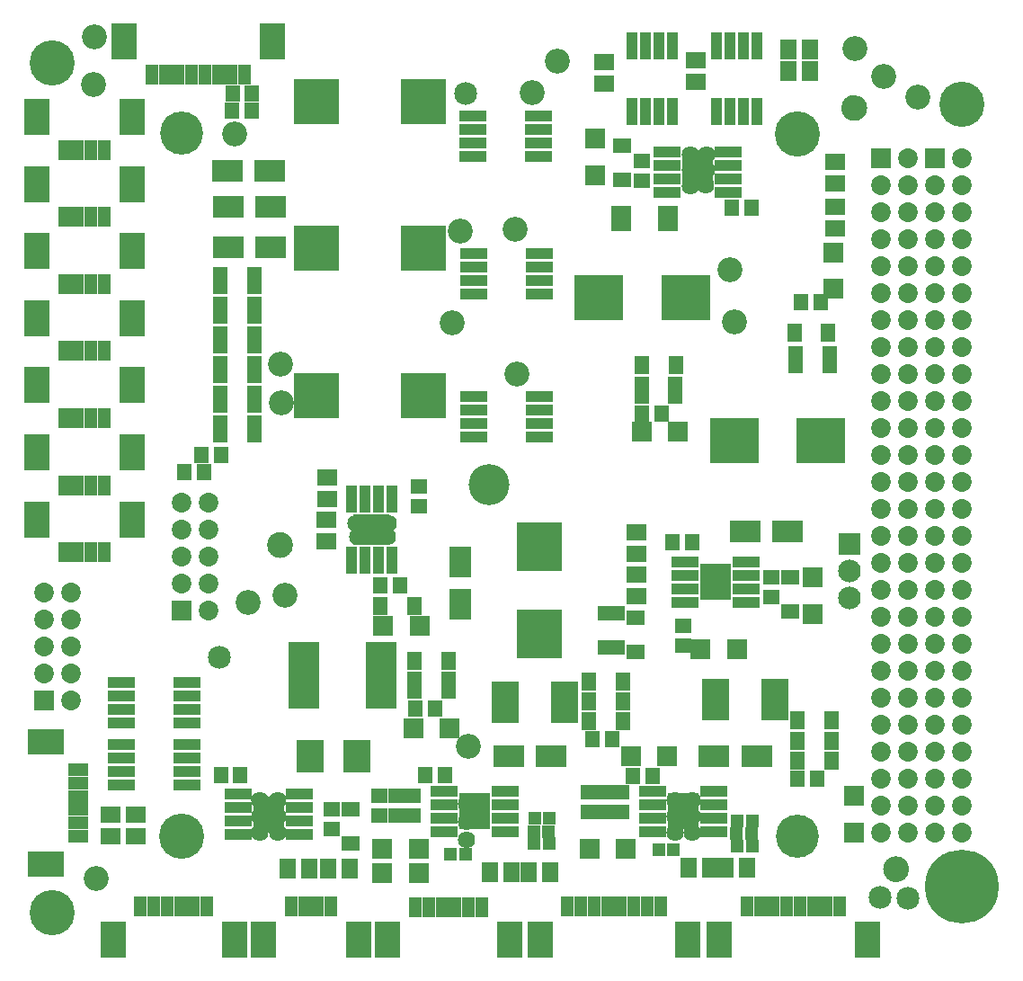
<source format=gts>
G04*
G04 #@! TF.GenerationSoftware,Altium Limited,Altium Designer,18.1.7 (191)*
G04*
G04 Layer_Color=8388736*
%FSLAX25Y25*%
%MOIN*%
G70*
G01*
G75*
%ADD11C,0.01000*%
%ADD56R,0.17935X0.17148*%
%ADD57R,0.11203X0.13211*%
%ADD58R,0.10061X0.04156*%
%ADD59R,0.05731X0.06715*%
%ADD60R,0.17148X0.17148*%
%ADD61R,0.11243X0.08093*%
%ADD62R,0.07400X0.06124*%
%ADD63R,0.05534X0.06124*%
%ADD64R,0.06715X0.05731*%
%ADD65R,0.09274X0.13211*%
%ADD66R,0.04550X0.07699*%
%ADD67R,0.06124X0.07400*%
%ADD68R,0.07400X0.07400*%
%ADD69R,0.10061X0.15180*%
%ADD70R,0.06124X0.05534*%
%ADD71R,0.07400X0.07400*%
%ADD72R,0.17148X0.17935*%
%ADD73R,0.04550X0.04550*%
%ADD74R,0.05731X0.10061*%
%ADD75R,0.13211X0.11203*%
%ADD76R,0.04156X0.10061*%
%ADD77R,0.10061X0.05731*%
%ADD78R,0.09900X0.12199*%
%ADD79R,0.07699X0.09668*%
%ADD80R,0.13211X0.09274*%
%ADD81R,0.07699X0.04550*%
%ADD82R,0.04943X0.04943*%
%ADD83R,0.08093X0.11243*%
%ADD84R,0.11636X0.25022*%
%ADD85C,0.04600*%
%ADD86C,0.07306*%
%ADD87R,0.07306X0.07306*%
%ADD88C,0.08487*%
%ADD89C,0.09274*%
%ADD90C,0.16754*%
%ADD91C,0.15967*%
%ADD92C,0.15180*%
%ADD93C,0.27354*%
%ADD94R,0.08400X0.08400*%
%ADD95C,0.08400*%
%ADD96C,0.06400*%
G36*
X322215Y32333D02*
X325315Y31133D01*
X328515Y32333D01*
X329615Y35433D01*
X328515Y38333D01*
X325315Y39733D01*
X322215Y38533D01*
X321015Y35433D01*
X322215Y32333D01*
D02*
G37*
G36*
X93774Y152515D02*
X96874Y151315D01*
X100074Y152515D01*
X101174Y155615D01*
X100074Y158515D01*
X96874Y159915D01*
X93774Y158715D01*
X92574Y155615D01*
X93774Y152515D01*
D02*
G37*
G36*
X306687Y314523D02*
X309787Y313323D01*
X312987Y314523D01*
X314087Y317623D01*
X312987Y320523D01*
X309787Y321923D01*
X306687Y320723D01*
X305487Y317623D01*
X306687Y314523D01*
D02*
G37*
D11*
X101175Y155615D02*
G03*
X101175Y155615I-4301J0D01*
G01*
X314089Y317623D02*
G03*
X314089Y317623I-4301J0D01*
G01*
X329616Y35433D02*
G03*
X329616Y35433I-4301J0D01*
G01*
D56*
X265220Y194434D02*
D03*
X297504D02*
D03*
X215063Y247308D02*
D03*
X247346D02*
D03*
D57*
X246500Y56855D02*
D03*
X92799Y55753D02*
D03*
X258432Y141934D02*
D03*
X251697Y293981D02*
D03*
X169098Y56855D02*
D03*
D58*
X235181Y64355D02*
D03*
Y59355D02*
D03*
Y54355D02*
D03*
Y49355D02*
D03*
X257819Y64355D02*
D03*
Y59355D02*
D03*
Y54355D02*
D03*
Y49355D02*
D03*
X168429Y314749D02*
D03*
Y309749D02*
D03*
Y304749D02*
D03*
Y299749D02*
D03*
X192858Y314749D02*
D03*
Y309749D02*
D03*
Y304749D02*
D03*
Y299749D02*
D03*
X168587Y263552D02*
D03*
Y258552D02*
D03*
Y253552D02*
D03*
Y248552D02*
D03*
X193016Y263552D02*
D03*
Y258552D02*
D03*
Y253552D02*
D03*
Y248552D02*
D03*
X81480Y63253D02*
D03*
Y58253D02*
D03*
Y53253D02*
D03*
Y48253D02*
D03*
X104118Y63253D02*
D03*
Y58253D02*
D03*
Y53253D02*
D03*
Y48253D02*
D03*
X247113Y149434D02*
D03*
Y144434D02*
D03*
Y139434D02*
D03*
Y134434D02*
D03*
X269751Y149434D02*
D03*
Y144434D02*
D03*
Y139434D02*
D03*
Y134434D02*
D03*
X168587Y210772D02*
D03*
Y205772D02*
D03*
Y200772D02*
D03*
Y195772D02*
D03*
X193016Y210772D02*
D03*
Y205772D02*
D03*
Y200772D02*
D03*
Y195772D02*
D03*
X263016Y286481D02*
D03*
Y291481D02*
D03*
Y296481D02*
D03*
Y301481D02*
D03*
X240378Y286481D02*
D03*
Y291481D02*
D03*
Y296481D02*
D03*
Y301481D02*
D03*
X62484Y66756D02*
D03*
Y71757D02*
D03*
Y76757D02*
D03*
Y81757D02*
D03*
X38055Y66756D02*
D03*
Y71757D02*
D03*
Y76757D02*
D03*
Y81757D02*
D03*
X62445Y89631D02*
D03*
Y94630D02*
D03*
Y99630D02*
D03*
Y104630D02*
D03*
X38016Y89631D02*
D03*
Y94630D02*
D03*
Y99630D02*
D03*
Y104630D02*
D03*
X157779Y64355D02*
D03*
Y59355D02*
D03*
Y54355D02*
D03*
Y49355D02*
D03*
X180417Y64355D02*
D03*
Y59355D02*
D03*
Y54355D02*
D03*
Y49355D02*
D03*
D59*
X231047Y222465D02*
D03*
X243646D02*
D03*
X301283Y90615D02*
D03*
X288685D02*
D03*
X287583Y234276D02*
D03*
X300181D02*
D03*
X223961Y90457D02*
D03*
X211362D02*
D03*
X146739Y133086D02*
D03*
X134141D02*
D03*
X301323Y83095D02*
D03*
X288724D02*
D03*
X146716Y112820D02*
D03*
X159315D02*
D03*
X301323Y75654D02*
D03*
X288724D02*
D03*
X223961Y97800D02*
D03*
X211362D02*
D03*
X223961Y105142D02*
D03*
X211362D02*
D03*
D60*
X110535Y210930D02*
D03*
X149905D02*
D03*
X110535Y319827D02*
D03*
X149905D02*
D03*
X110535Y265615D02*
D03*
X149905D02*
D03*
D61*
X269394Y160694D02*
D03*
X285142D02*
D03*
X77701Y281127D02*
D03*
X93449D02*
D03*
X77228Y294473D02*
D03*
X92976D02*
D03*
X181598Y77426D02*
D03*
X197346D02*
D03*
X257819D02*
D03*
X273567D02*
D03*
X77701Y266008D02*
D03*
X93449D02*
D03*
D62*
X43268Y47788D02*
D03*
Y55788D02*
D03*
X251008Y327481D02*
D03*
Y335481D02*
D03*
X34134Y55788D02*
D03*
Y47788D02*
D03*
X302819Y297512D02*
D03*
Y289512D02*
D03*
X228949Y160363D02*
D03*
Y152363D02*
D03*
X114276Y172796D02*
D03*
Y180796D02*
D03*
X114039Y156890D02*
D03*
Y164890D02*
D03*
X302819Y280938D02*
D03*
Y272938D02*
D03*
X216992Y326497D02*
D03*
Y334497D02*
D03*
X228949Y144694D02*
D03*
Y136694D02*
D03*
D63*
X86342Y316678D02*
D03*
X79059D02*
D03*
X86500Y323016D02*
D03*
X79216D02*
D03*
X220161Y83568D02*
D03*
X212878D02*
D03*
X82209Y70221D02*
D03*
X74925D02*
D03*
X157917Y70182D02*
D03*
X150634D02*
D03*
X238429Y204158D02*
D03*
X231146D02*
D03*
X249571Y156717D02*
D03*
X242287D02*
D03*
X154374Y95103D02*
D03*
X147090D02*
D03*
X264531Y280733D02*
D03*
X271815D02*
D03*
X296106Y69040D02*
D03*
X288823D02*
D03*
X134042Y140615D02*
D03*
X141326D02*
D03*
X290161Y245772D02*
D03*
X297445D02*
D03*
X75122Y189079D02*
D03*
X67839D02*
D03*
X68547Y182504D02*
D03*
X61264D02*
D03*
X234964Y69827D02*
D03*
X227681D02*
D03*
D64*
X228606Y128686D02*
D03*
Y116087D02*
D03*
X123016Y45103D02*
D03*
Y57701D02*
D03*
X286142Y130984D02*
D03*
Y143583D02*
D03*
X223606Y303725D02*
D03*
Y291127D02*
D03*
D65*
X39079Y342308D02*
D03*
X94000D02*
D03*
X6717Y165142D02*
D03*
X41953D02*
D03*
X6716Y239749D02*
D03*
X41952D02*
D03*
X248213Y9352D02*
D03*
X193291D02*
D03*
X6717Y190011D02*
D03*
X41953D02*
D03*
X6717Y214880D02*
D03*
X41953D02*
D03*
X314669Y9352D02*
D03*
X259748D02*
D03*
X6717Y264617D02*
D03*
X41953D02*
D03*
X6717Y289486D02*
D03*
X41953D02*
D03*
X6717Y314355D02*
D03*
X41953D02*
D03*
X79984Y9352D02*
D03*
X34905D02*
D03*
X90748Y9352D02*
D03*
X125984D02*
D03*
X136811Y9253D02*
D03*
X181890D02*
D03*
D66*
X78843Y330103D02*
D03*
X69000D02*
D03*
X59158D02*
D03*
X49315D02*
D03*
X83764D02*
D03*
X73921D02*
D03*
X64079D02*
D03*
X54236D02*
D03*
X26795Y152938D02*
D03*
X16953D02*
D03*
X31716D02*
D03*
X21874D02*
D03*
X26795Y227544D02*
D03*
X16952D02*
D03*
X31716D02*
D03*
X21874D02*
D03*
X208449Y21556D02*
D03*
X218291D02*
D03*
X228134D02*
D03*
X237976D02*
D03*
X203527D02*
D03*
X213370D02*
D03*
X223213D02*
D03*
X233055D02*
D03*
X26795Y177806D02*
D03*
X16953D02*
D03*
X31716D02*
D03*
X21874D02*
D03*
X26795Y202675D02*
D03*
X16953D02*
D03*
X31716D02*
D03*
X21874D02*
D03*
X274905Y21556D02*
D03*
X284748D02*
D03*
X294590D02*
D03*
X304433D02*
D03*
X269984D02*
D03*
X279827D02*
D03*
X289669D02*
D03*
X299512D02*
D03*
X26795Y252413D02*
D03*
X16953D02*
D03*
X31716D02*
D03*
X21874D02*
D03*
X26795Y277281D02*
D03*
X16953D02*
D03*
X31716D02*
D03*
X21874D02*
D03*
X26795Y302150D02*
D03*
X16953D02*
D03*
X31716D02*
D03*
X21874D02*
D03*
X50063Y21556D02*
D03*
X59905D02*
D03*
X69748D02*
D03*
X45142D02*
D03*
X54984D02*
D03*
X64827D02*
D03*
X110827Y21556D02*
D03*
X100984D02*
D03*
X115748D02*
D03*
X105905D02*
D03*
X166732Y21458D02*
D03*
X156890D02*
D03*
X147047D02*
D03*
X171653D02*
D03*
X161811D02*
D03*
X151969D02*
D03*
D67*
X107606Y35733D02*
D03*
X99606D02*
D03*
X285512Y331442D02*
D03*
X293512D02*
D03*
X174724Y34355D02*
D03*
X182724D02*
D03*
X122764Y35733D02*
D03*
X114764D02*
D03*
X261979Y35890D02*
D03*
X269979D02*
D03*
X189016Y34355D02*
D03*
X197016D02*
D03*
X248357Y35890D02*
D03*
X256357D02*
D03*
X285512Y339158D02*
D03*
X293512D02*
D03*
D68*
X148348Y33882D02*
D03*
X134848D02*
D03*
X148663Y125575D02*
D03*
X135163D02*
D03*
X227014Y77229D02*
D03*
X240514D02*
D03*
X231029Y197544D02*
D03*
X244529D02*
D03*
X266340Y117032D02*
D03*
X252840D02*
D03*
X225159Y42938D02*
D03*
X211659D02*
D03*
X148348D02*
D03*
X134848D02*
D03*
X146226Y87819D02*
D03*
X159726D02*
D03*
D69*
X258449Y98449D02*
D03*
X280496D02*
D03*
X180339Y97465D02*
D03*
X202386D02*
D03*
D70*
X148252Y169926D02*
D03*
Y177209D02*
D03*
X279197Y136461D02*
D03*
Y143745D02*
D03*
X146047Y62682D02*
D03*
Y55398D02*
D03*
X231205Y297918D02*
D03*
Y290634D02*
D03*
X246520Y118390D02*
D03*
Y125674D02*
D03*
X211362Y63981D02*
D03*
Y56697D02*
D03*
X217327Y63981D02*
D03*
Y56697D02*
D03*
X223291Y63981D02*
D03*
Y56697D02*
D03*
X139945Y62682D02*
D03*
Y55398D02*
D03*
X116086Y50457D02*
D03*
Y57741D02*
D03*
X133764Y62682D02*
D03*
Y55398D02*
D03*
D71*
X213803Y306262D02*
D03*
Y292762D02*
D03*
X294315Y130007D02*
D03*
Y143507D02*
D03*
X301953Y250558D02*
D03*
Y264058D02*
D03*
X309591Y62522D02*
D03*
Y49022D02*
D03*
D72*
X193094Y122701D02*
D03*
Y154985D02*
D03*
D73*
X196479Y49375D02*
D03*
X190979D02*
D03*
X271671Y48528D02*
D03*
X266171D02*
D03*
X165648Y40930D02*
D03*
X160148D02*
D03*
X242774Y42505D02*
D03*
X237274D02*
D03*
D74*
X87425Y231727D02*
D03*
X74827D02*
D03*
X87425Y242701D02*
D03*
X74827D02*
D03*
X243528Y212859D02*
D03*
X230929D02*
D03*
X288094Y224434D02*
D03*
X300693D02*
D03*
X87425Y209778D02*
D03*
X74827D02*
D03*
X87425Y220752D02*
D03*
X74827D02*
D03*
X159394Y103725D02*
D03*
X146795D02*
D03*
X87425Y253675D02*
D03*
X74827D02*
D03*
X87425Y198804D02*
D03*
X74827D02*
D03*
D75*
X130791Y161461D02*
D03*
D76*
X138291Y172780D02*
D03*
X133291D02*
D03*
X128291D02*
D03*
X123291D02*
D03*
X138291Y150142D02*
D03*
X133291D02*
D03*
X128291D02*
D03*
X123291D02*
D03*
X242425Y340753D02*
D03*
X237425D02*
D03*
X232425D02*
D03*
X227425D02*
D03*
X242425Y316323D02*
D03*
X237425D02*
D03*
X232425D02*
D03*
X227425D02*
D03*
X273803Y340753D02*
D03*
X268803D02*
D03*
X263803D02*
D03*
X258803D02*
D03*
X273803Y316323D02*
D03*
X268803D02*
D03*
X263803D02*
D03*
X258803D02*
D03*
D77*
X219551Y130260D02*
D03*
Y117662D02*
D03*
D78*
X108094Y77386D02*
D03*
X125496D02*
D03*
D79*
X223291Y276638D02*
D03*
X240614D02*
D03*
D80*
X9961Y37441D02*
D03*
Y82520D02*
D03*
D81*
X22165Y67362D02*
D03*
Y57520D02*
D03*
Y47677D02*
D03*
Y72284D02*
D03*
Y62441D02*
D03*
Y52598D02*
D03*
D82*
X266441Y53213D02*
D03*
X271953D02*
D03*
Y44040D02*
D03*
X266441D02*
D03*
X196559Y44867D02*
D03*
X191047D02*
D03*
X191362Y54276D02*
D03*
X196874D02*
D03*
D83*
X163685Y149473D02*
D03*
Y133725D02*
D03*
D84*
X105772Y107190D02*
D03*
X134272D02*
D03*
D85*
X96874Y155615D02*
D03*
X309787Y317623D02*
D03*
X325315Y35433D02*
D03*
D86*
X70417Y171402D02*
D03*
X60417D02*
D03*
X70417Y161402D02*
D03*
X60417D02*
D03*
X70417Y151402D02*
D03*
X60417D02*
D03*
X70417Y141402D02*
D03*
X60417D02*
D03*
X70417Y131402D02*
D03*
X19370Y137835D02*
D03*
X9370D02*
D03*
X19370Y127835D02*
D03*
X9370D02*
D03*
X19370Y117835D02*
D03*
X9370D02*
D03*
X19370Y107835D02*
D03*
X9370D02*
D03*
X19370Y97835D02*
D03*
X329590Y59040D02*
D03*
X319590D02*
D03*
X329590Y69040D02*
D03*
X319590D02*
D03*
X329590Y79040D02*
D03*
X319590D02*
D03*
X329590Y89040D02*
D03*
X319590D02*
D03*
X329590Y99040D02*
D03*
X319590D02*
D03*
X329590Y109040D02*
D03*
X319590D02*
D03*
X329590Y119040D02*
D03*
X319590D02*
D03*
X329590Y129040D02*
D03*
X319590D02*
D03*
X329590Y139040D02*
D03*
X319590D02*
D03*
X329590Y149040D02*
D03*
X319590D02*
D03*
X329590Y159040D02*
D03*
X319590D02*
D03*
X329590Y169040D02*
D03*
X319590D02*
D03*
X329590Y179040D02*
D03*
X319590D02*
D03*
X329590Y189040D02*
D03*
X319590D02*
D03*
X329590Y199040D02*
D03*
X319590D02*
D03*
X329590Y209040D02*
D03*
X319590D02*
D03*
X329590Y219040D02*
D03*
X319590Y218942D02*
D03*
X329590Y229040D02*
D03*
X319590D02*
D03*
X329590Y239040D02*
D03*
X319590D02*
D03*
X329590Y249040D02*
D03*
X319590D02*
D03*
X329590Y259040D02*
D03*
X319590D02*
D03*
X329590Y269040D02*
D03*
X319590D02*
D03*
X329590Y279040D02*
D03*
X319590D02*
D03*
X329590Y289040D02*
D03*
X319590D02*
D03*
X329590Y299040D02*
D03*
X319590Y49040D02*
D03*
X329590D02*
D03*
X349590D02*
D03*
X339590D02*
D03*
X349590Y299040D02*
D03*
X339590Y289040D02*
D03*
X349590D02*
D03*
X339590Y279040D02*
D03*
X349590D02*
D03*
X339590Y269040D02*
D03*
X349590D02*
D03*
X339571Y259040D02*
D03*
X349590D02*
D03*
X339571Y249040D02*
D03*
X349590D02*
D03*
X339590Y239040D02*
D03*
X349590D02*
D03*
X339590Y229040D02*
D03*
X349590D02*
D03*
X339590Y218942D02*
D03*
X349590Y219040D02*
D03*
X339590Y209040D02*
D03*
X349590D02*
D03*
X339590Y199040D02*
D03*
X349590D02*
D03*
X339590Y189040D02*
D03*
X349590D02*
D03*
X339590Y179040D02*
D03*
X349590D02*
D03*
X339590Y169040D02*
D03*
X349590D02*
D03*
X339590Y159040D02*
D03*
X349590D02*
D03*
X339590Y149040D02*
D03*
X349590D02*
D03*
X339590Y139040D02*
D03*
X349590D02*
D03*
X339590Y129040D02*
D03*
X349590D02*
D03*
X339590Y119040D02*
D03*
X349590D02*
D03*
X339590Y109040D02*
D03*
X349590D02*
D03*
X339590Y99040D02*
D03*
X349590D02*
D03*
X339590Y89040D02*
D03*
X349590D02*
D03*
X339590Y79040D02*
D03*
X349590D02*
D03*
X339590Y69040D02*
D03*
X349590D02*
D03*
X339590Y59040D02*
D03*
X349590D02*
D03*
D87*
X60417Y131402D02*
D03*
X9370Y97835D02*
D03*
X319590Y299040D02*
D03*
X339571D02*
D03*
D88*
X74528Y114119D02*
D03*
X329764Y24685D02*
D03*
X319488Y24882D02*
D03*
X165732Y322977D02*
D03*
D89*
X333291Y321757D02*
D03*
X28567Y31875D02*
D03*
X28055Y344079D02*
D03*
X265496Y238253D02*
D03*
X263803Y257741D02*
D03*
X97071Y222544D02*
D03*
X166647Y81008D02*
D03*
X184039Y272662D02*
D03*
X160693Y238016D02*
D03*
X190457Y323174D02*
D03*
X163803Y271993D02*
D03*
X184709Y218961D02*
D03*
X320693Y329394D02*
D03*
X310181Y339512D02*
D03*
X199787Y334827D02*
D03*
X97228Y208449D02*
D03*
X79984Y308135D02*
D03*
X84905Y134473D02*
D03*
X27555Y326181D02*
D03*
X98842Y137072D02*
D03*
D90*
X60391Y47736D02*
D03*
X288591Y308136D02*
D03*
X12303Y334268D02*
D03*
X349570Y319126D02*
D03*
X12303Y19209D02*
D03*
D91*
X60378Y308174D02*
D03*
X288591Y47736D02*
D03*
D92*
X174490Y177979D02*
D03*
D93*
X349606Y29052D02*
D03*
D94*
X308212Y155969D02*
D03*
D95*
Y145969D02*
D03*
Y135969D02*
D03*
D96*
X89512Y48961D02*
D03*
X243252Y60851D02*
D03*
X89512Y54906D02*
D03*
X96047D02*
D03*
X166165Y59741D02*
D03*
Y53091D02*
D03*
Y46442D02*
D03*
X131441Y163646D02*
D03*
X125181D02*
D03*
X136913D02*
D03*
X136874Y158607D02*
D03*
X125654D02*
D03*
X131264D02*
D03*
X249157Y288646D02*
D03*
X249590Y60851D02*
D03*
Y48961D02*
D03*
X243252D02*
D03*
X96047Y60851D02*
D03*
X89512D02*
D03*
X96047Y48961D02*
D03*
X249590Y54906D02*
D03*
X243252D02*
D03*
X255063Y300457D02*
D03*
X249157D02*
D03*
Y294552D02*
D03*
X255063D02*
D03*
X254747Y288960D02*
D03*
M02*

</source>
